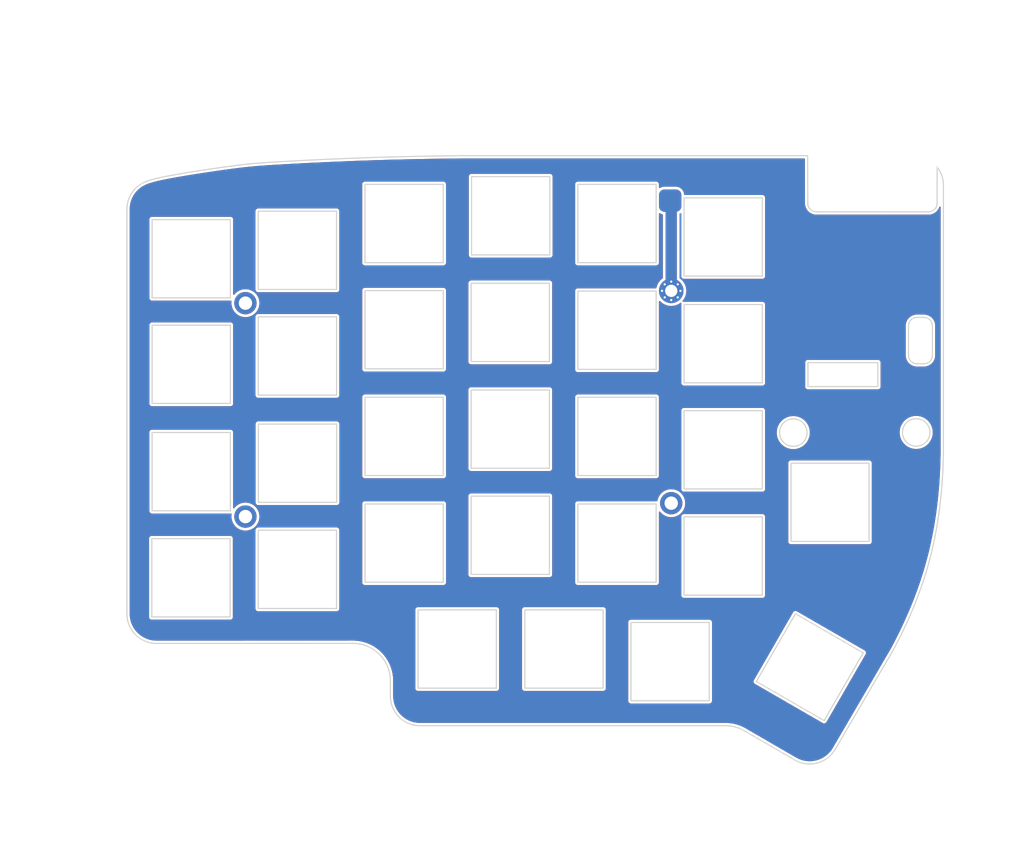
<source format=kicad_pcb>
(kicad_pcb (version 20221018) (generator pcbnew)
  (layers (0 "F.Cu" signal) (31 "B.Cu" signal) (34 "B.Paste" user) (35 "F.Paste" user) (36 "B.SilkS" user "B.Silkscreen") (37 "F.SilkS" user "F.Silkscreen") (38 "B.Mask" user) (39 "F.Mask" user) (44 "Edge.Cuts" user))
  (net 0 "")
  (net 1 "Net-(H1-Pad1)")
  (footprint "TestPoint:TestPoint_Pad_4.0x4.0mm" (layer "F.Cu") (at 112.1782 -99.93)
    (fp_text reference "TP1" hide)
    (fp_text value "TestPoint" hide)
    (pad "1" smd roundrect (at 0 0) (size 4 4) (layers "F.Cu" "F.Mask") (net 1 "Net-(H1-Pad1)"))
  )
  (footprint "MountingHole:MountingHole_2.2mm_M2_Pad_Via" (layer "F.Cu") (at 112.3636 -83.778)
    (fp_text reference "H1" hide)
    (fp_text value "MountingHole" hide)
    (pad "1" thru_hole circle (at -1.65 0) (size 0.7 0.7) (drill 0.4) (layers "*.Cu" "*.Mask") (net 1 "Net-(H1-Pad1)"))
    (pad "1" thru_hole circle (at -1.166726 -1.166726) (size 0.7 0.7) (drill 0.4) (layers "*.Cu" "*.Mask") (net 1 "Net-(H1-Pad1)"))
    (pad "1" thru_hole circle (at -1.166726 1.166726) (size 0.7 0.7) (drill 0.4) (layers "*.Cu" "*.Mask") (net 1 "Net-(H1-Pad1)"))
    (pad "1" thru_hole circle (at 0 -1.65) (size 0.7 0.7) (drill 0.4) (layers "*.Cu" "*.Mask") (net 1 "Net-(H1-Pad1)"))
    (pad "1" thru_hole circle (at 0 0) (size 4.4 4.4) (drill 2.2) (layers "*.Cu" "*.Mask") (net 1 "Net-(H1-Pad1)"))
    (pad "1" thru_hole circle (at 0 1.65) (size 0.7 0.7) (drill 0.4) (layers "*.Cu" "*.Mask") (net 1 "Net-(H1-Pad1)"))
    (pad "1" thru_hole circle (at 1.166726 -1.166726) (size 0.7 0.7) (drill 0.4) (layers "*.Cu" "*.Mask") (net 1 "Net-(H1-Pad1)"))
    (pad "1" thru_hole circle (at 1.166726 1.166726) (size 0.7 0.7) (drill 0.4) (layers "*.Cu" "*.Mask") (net 1 "Net-(H1-Pad1)"))
    (pad "1" thru_hole circle (at 1.65 0) (size 0.7 0.7) (drill 0.4) (layers "*.Cu" "*.Mask") (net 1 "Net-(H1-Pad1)"))
  )
  (footprint "Lily58-footprint:M2_HOLE_PCB" (layer "B.Cu") (at 112.5636 -45.778 180)
    (fp_text reference "REF**" hide)
    (fp_text value "M2_HOLE_PCB")
    (pad "" thru_hole circle (at 0.2 0 180) (size 4 4) (drill 2.4) (layers "*.Cu" "*.Mask"))
  )
  (footprint "Lily58-footprint:M2_HOLE_PCB" (layer "B.Cu") (at 36.3636 -43.378 180)
    (fp_text reference "REF**" hide)
    (fp_text value "M2_HOLE_PCB")
    (pad "" thru_hole circle (at 0.2 0 180) (size 4 4) (drill 2.4) (layers "*.Cu" "*.Mask"))
  )
  (footprint "Lily58-footprint:M2_HOLE_PCB" (layer "B.Cu") (at 36.3636 -81.578 180)
    (fp_text reference "REF**" hide)
    (fp_text value "M2_HOLE_PCB")
    (pad "" thru_hole circle (at 0.2 0 180) (size 4 4) (drill 2.4) (layers "*.Cu" "*.Mask"))
  )
  (footprint "TestPoint:TestPoint_Pad_4.0x4.0mm" (layer "B.Cu") (at 112.1682 -99.92 180)
    (fp_text reference "TP2" hide)
    (fp_text value "TestPoint" hide)
    (pad "1" smd roundrect (at 0 0 180) (size 4 4) (layers "B.Cu" "B.Mask") (net 1 "Net-(H1-Pad1)"))
  )
  (gr_line (start 33.465845 -82.528662) (end 33.465845 -96.529128) (stroke (width 0.2)) (layer "Edge.Cuts"))
  (gr_line (start 19.46538 -96.529128) (end 19.46538 -82.528662) (stroke (width 0.2)) (layer "Edge.Cuts"))
  (gr_line (start 57.565434 -83.828933) (end 57.565434 -69.828912) (stroke (width 0.2)) (layer "Edge.Cuts"))
  (gr_line (start 71.565628 -83.828933) (end 57.565434 -83.828933) (stroke (width 0.2)) (layer "Edge.Cuts"))
  (gr_line (start 71.565628 -69.828912) (end 71.565628 -83.828933) (stroke (width 0.2)) (layer "Edge.Cuts"))
  (gr_line (start 57.565434 -69.828912) (end 71.565628 -69.828912) (stroke (width 0.2)) (layer "Edge.Cuts"))
  (gr_line (start 57.5634 -50.729637) (end 57.5634 -50.729637) (stroke (width 0.2)) (layer "Edge.Cuts"))
  (gr_line (start 57.5634 -64.729658) (end 57.5634 -50.729637) (stroke (width 0.2)) (layer "Edge.Cuts"))
  (gr_line (start 71.563594 -64.729658) (end 57.5634 -64.729658) (stroke (width 0.2)) (layer "Edge.Cuts"))
  (gr_line (start 71.563594 -50.729637) (end 71.563594 -64.729658) (stroke (width 0.2)) (layer "Edge.Cuts"))
  (gr_line (start 81.064065 -26.678) (end 67.0636 -26.678) (stroke (width 0.2)) (layer "Edge.Cuts"))
  (gr_line (start 81.064065 -12.677535) (end 81.064065 -17.105253) (stroke (width 0.2)) (layer "Edge.Cuts"))
  (gr_line (start 33.465845 -77.627751) (end 19.46538 -77.627751) (stroke (width 0.2)) (layer "Edge.Cuts"))
  (gr_line (start 67.0636 -26.678) (end 67.0636 -12.677535) (stroke (width 0.2)) (layer "Edge.Cuts"))
  (gr_line (start 19.46538 -77.627751) (end 19.46538 -63.629825) (stroke (width 0.2)) (layer "Edge.Cuts"))
  (gr_line (start 33.463686 -58.427459) (end 19.463492 -58.427459) (stroke (width 0.2)) (layer "Edge.Cuts"))
  (gr_line (start 114.663494 -67.327523) (end 128.663688 -67.327523) (stroke (width 0.2)) (layer "Edge.Cuts"))
  (gr_line (start 133.812132 -38.928608) (end 133.812132 -38.928608) (stroke (width 0.2)) (layer "Edge.Cuts"))
  (gr_line (start 133.812132 -52.928629) (end 133.812132 -38.928608) (stroke (width 0.2)) (layer "Edge.Cuts"))
  (gr_line (start 147.764322 -52.928629) (end 133.812132 -52.928629) (stroke (width 0.2)) (layer "Edge.Cuts"))
  (gr_line (start 147.764322 -38.928608) (end 147.764322 -52.928629) (stroke (width 0.2)) (layer "Edge.Cuts"))
  (gr_line (start 133.812132 -38.928608) (end 147.764322 -38.928608) (stroke (width 0.2)) (layer "Edge.Cuts"))
  (gr_line (start 127.601845 -13.866984) (end 127.601845 -13.866984) (stroke (width 0.2)) (layer "Edge.Cuts"))
  (gr_line (start 33.465845 -96.529128) (end 19.46538 -96.529128) (stroke (width 0.2)) (layer "Edge.Cuts"))
  (gr_line (start 19.414716 -39.428773) (end 19.414716 -25.428752) (stroke (width 0.2)) (layer "Edge.Cuts"))
  (gr_line (start 33.41491 -39.428773) (end 19.414716 -39.428773) (stroke (width 0.2)) (layer "Edge.Cuts"))
  (gr_line (start 33.41491 -25.428752) (end 33.41491 -39.428773) (stroke (width 0.2)) (layer "Edge.Cuts"))
  (gr_line (start 33.463686 -44.427438) (end 33.463686 -58.427459) (stroke (width 0.2)) (layer "Edge.Cuts"))
  (gr_line (start 19.463492 -44.427438) (end 33.463686 -44.427438) (stroke (width 0.2)) (layer "Edge.Cuts"))
  (gr_line (start 19.463492 -44.427438) (end 19.463492 -44.427438) (stroke (width 0.2)) (layer "Edge.Cuts"))
  (gr_line (start 19.463492 -58.427459) (end 19.463492 -44.427438) (stroke (width 0.2)) (layer "Edge.Cuts"))
  (gr_line (start 134.601856 -25.991358) (end 127.601845 -13.866984) (stroke (width 0.2)) (layer "Edge.Cuts"))
  (gr_line (start 146.72638 -18.991261) (end 134.601856 -25.991358) (stroke (width 0.2)) (layer "Edge.Cuts"))
  (gr_line (start 139.726369 -6.866887) (end 146.72638 -18.991261) (stroke (width 0.2)) (layer "Edge.Cuts"))
  (gr_line (start 127.601845 -13.866984) (end 139.726369 -6.866887) (stroke (width 0.2)) (layer "Edge.Cuts"))
  (gr_line (start 114.664511 -29.327429) (end 114.664511 -29.327429) (stroke (width 0.2)) (layer "Edge.Cuts"))
  (gr_line (start 114.664511 -43.32745) (end 114.664511 -29.327429) (stroke (width 0.2)) (layer "Edge.Cuts"))
  (gr_line (start 128.664705 -43.32745) (end 114.664511 -43.32745) (stroke (width 0.2)) (layer "Edge.Cuts"))
  (gr_line (start 128.664705 -29.327429) (end 128.664705 -43.32745) (stroke (width 0.2)) (layer "Edge.Cuts"))
  (gr_line (start 76.563451 -52.029686) (end 76.563451 -52.029686) (stroke (width 0.2)) (layer "Edge.Cuts"))
  (gr_line (start 76.563451 -66.029707) (end 76.563451 -52.029686) (stroke (width 0.2)) (layer "Edge.Cuts"))
  (gr_line (start 90.563645 -66.029707) (end 76.563451 -66.029707) (stroke (width 0.2)) (layer "Edge.Cuts"))
  (gr_line (start 90.563645 -52.029686) (end 90.563645 -66.029707) (stroke (width 0.2)) (layer "Edge.Cuts"))
  (gr_line (start 76.563451 -52.029686) (end 90.563645 -52.029686) (stroke (width 0.2)) (layer "Edge.Cuts"))
  (gr_line (start 76.563451 -71.127905) (end 76.563451 -71.127905) (stroke (width 0.2)) (layer "Edge.Cuts"))
  (gr_line (start 76.563451 -85.127926) (end 76.563451 -71.127905) (stroke (width 0.2)) (layer "Edge.Cuts"))
  (gr_line (start 52.463727 -84.028537) (end 52.463727 -98.028558) (stroke (width 0.2)) (layer "Edge.Cuts"))
  (gr_line (start 38.463533 -84.028537) (end 52.463727 -84.028537) (stroke (width 0.2)) (layer "Edge.Cuts"))
  (gr_line (start 114.664511 -29.327429) (end 128.664705 -29.327429) (stroke (width 0.2)) (layer "Edge.Cuts"))
  (gr_line (start 114.664511 -48.330354) (end 114.664511 -48.330354) (stroke (width 0.2)) (layer "Edge.Cuts"))
  (gr_line (start 114.664511 -62.330375) (end 114.664511 -48.330354) (stroke (width 0.2)) (layer "Edge.Cuts"))
  (gr_line (start 128.664705 -62.330375) (end 114.664511 -62.330375) (stroke (width 0.2)) (layer "Edge.Cuts"))
  (gr_line (start 128.664705 -48.330354) (end 128.664705 -62.330375) (stroke (width 0.2)) (layer "Edge.Cuts"))
  (gr_line (start 114.664511 -48.330354) (end 128.664705 -48.330354) (stroke (width 0.2)) (layer "Edge.Cuts"))
  (gr_line (start 57.5634 -50.729637) (end 71.563594 -50.729637) (stroke (width 0.2)) (layer "Edge.Cuts"))
  (gr_line (start 57.564164 -31.628664) (end 57.564164 -31.628664) (stroke (width 0.2)) (layer "Edge.Cuts"))
  (gr_line (start 57.564164 -45.628685) (end 57.564164 -31.628664) (stroke (width 0.2)) (layer "Edge.Cuts"))
  (gr_line (start 71.564358 -45.628685) (end 57.564164 -45.628685) (stroke (width 0.2)) (layer "Edge.Cuts"))
  (gr_line (start 71.564358 -31.628664) (end 71.564358 -45.628685) (stroke (width 0.2)) (layer "Edge.Cuts"))
  (gr_line (start 57.564164 -31.628664) (end 71.564358 -31.628664) (stroke (width 0.2)) (layer "Edge.Cuts"))
  (gr_line (start 38.464675 -65.128437) (end 38.464675 -65.128437) (stroke (width 0.2)) (layer "Edge.Cuts"))
  (gr_line (start 38.464675 -79.128458) (end 38.464675 -65.128437) (stroke (width 0.2)) (layer "Edge.Cuts"))
  (gr_line (start 109.663512 -64.72741) (end 95.663318 -64.72741) (stroke (width 0.2)) (layer "Edge.Cuts"))
  (gr_line (start 109.663512 -50.727389) (end 109.663512 -64.72741) (stroke (width 0.2)) (layer "Edge.Cuts"))
  (gr_line (start 105.164931 -24.428621) (end 105.164931 -10.4286) (stroke (width 0.2)) (layer "Edge.Cuts"))
  (gr_line (start 119.165126 -24.428621) (end 105.164931 -24.428621) (stroke (width 0.2)) (layer "Edge.Cuts"))
  (gr_line (start 119.165126 -10.4286) (end 119.165126 -24.428621) (stroke (width 0.2)) (layer "Edge.Cuts"))
  (gr_line (start 105.164931 -10.4286) (end 119.165126 -10.4286) (stroke (width 0.2)) (layer "Edge.Cuts"))
  (gr_line (start 86.164374 -12.679035) (end 86.164374 -12.679035) (stroke (width 0.2)) (layer "Edge.Cuts"))
  (gr_line (start 86.164374 -26.679056) (end 86.164374 -12.679035) (stroke (width 0.2)) (layer "Edge.Cuts"))
  (gr_line (start 100.164569 -26.679056) (end 86.164374 -26.679056) (stroke (width 0.2)) (layer "Edge.Cuts"))
  (gr_line (start 38.463663 -26.929674) (end 38.463663 -26.929674) (stroke (width 0.2)) (layer "Edge.Cuts"))
  (gr_line (start 38.463663 -40.929695) (end 38.463663 -26.929674) (stroke (width 0.2)) (layer "Edge.Cuts"))
  (gr_line (start 52.463857 -40.929695) (end 38.463663 -40.929695) (stroke (width 0.2)) (layer "Edge.Cuts"))
  (gr_line (start 52.463857 -26.929674) (end 52.463857 -40.929695) (stroke (width 0.2)) (layer "Edge.Cuts"))
  (gr_line (start 38.463663 -26.929674) (end 52.463857 -26.929674) (stroke (width 0.2)) (layer "Edge.Cuts"))
  (gr_line (start 38.463533 -84.028537) (end 38.463533 -84.028537) (stroke (width 0.2)) (layer "Edge.Cuts"))
  (gr_line (start 38.463533 -98.028558) (end 38.463533 -84.028537) (stroke (width 0.2)) (layer "Edge.Cuts"))
  (gr_line (start 52.463727 -98.028558) (end 38.463533 -98.028558) (stroke (width 0.2)) (layer "Edge.Cuts"))
  (gr_line (start 95.663318 -50.727389) (end 109.663512 -50.727389) (stroke (width 0.2)) (layer "Edge.Cuts"))
  (gr_line (start 95.663318 -31.628878) (end 95.663318 -31.628878) (stroke (width 0.2)) (layer "Edge.Cuts"))
  (gr_line (start 95.663318 -45.628899) (end 95.663318 -31.628878) (stroke (width 0.2)) (layer "Edge.Cuts"))
  (gr_line (start 109.663512 -45.628899) (end 95.663318 -45.628899) (stroke (width 0.2)) (layer "Edge.Cuts"))
  (gr_line (start 109.663512 -31.628878) (end 109.663512 -45.628899) (stroke (width 0.2)) (layer "Edge.Cuts"))
  (gr_line (start 95.663318 -31.628878) (end 109.663512 -31.628878) (stroke (width 0.2)) (layer "Edge.Cuts"))
  (gr_line (start 105.164931 -10.4286) (end 105.164931 -10.4286) (stroke (width 0.2)) (layer "Edge.Cuts"))
  (gr_line (start 95.66421 -88.829126) (end 95.66421 -88.829126) (stroke (width 0.2)) (layer "Edge.Cuts"))
  (gr_line (start 95.66421 -102.829147) (end 95.66421 -88.829126) (stroke (width 0.2)) (layer "Edge.Cuts"))
  (gr_line (start 109.664404 -102.829147) (end 95.66421 -102.829147) (stroke (width 0.2)) (layer "Edge.Cuts"))
  (gr_line (start 109.664404 -88.829126) (end 109.664404 -102.829147) (stroke (width 0.2)) (layer "Edge.Cuts"))
  (gr_line (start 114.663494 -67.327523) (end 114.663494 -67.327523) (stroke (width 0.2)) (layer "Edge.Cuts"))
  (gr_line (start 114.663494 -81.327544) (end 114.663494 -67.327523) (stroke (width 0.2)) (layer "Edge.Cuts"))
  (gr_line (start 128.663688 -81.327544) (end 114.663494 -81.327544) (stroke (width 0.2)) (layer "Edge.Cuts"))
  (gr_line (start 128.663688 -67.327523) (end 128.663688 -81.327544) (stroke (width 0.2)) (layer "Edge.Cuts"))
  (gr_line (start 76.634315 -90.218503) (end 90.634509 -90.218503) (stroke (width 0.2)) (layer "Edge.Cuts"))
  (gr_line (start 57.559503 -88.829126) (end 57.559503 -88.829126) (stroke (width 0.2)) (layer "Edge.Cuts"))
  (gr_line (start 57.559503 -102.829147) (end 57.559503 -88.829126) (stroke (width 0.2)) (layer "Edge.Cuts"))
  (gr_line (start 71.559697 -102.829147) (end 57.559503 -102.829147) (stroke (width 0.2)) (layer "Edge.Cuts"))
  (gr_line (start 71.559697 -88.829126) (end 71.559697 -102.829147) (stroke (width 0.2)) (layer "Edge.Cuts"))
  (gr_line (start 57.559503 -88.829126) (end 71.559697 -88.829126) (stroke (width 0.2)) (layer "Edge.Cuts"))
  (gr_line (start 57.565434 -69.828912) (end 57.565434 -69.828912) (stroke (width 0.2)) (layer "Edge.Cuts"))
  (gr_line (start 19.46538 -63.629825) (end 33.465845 -63.629825) (stroke (width 0.2)) (layer "Edge.Cuts"))
  (gr_line (start 33.465845 -63.629825) (end 33.465845 -77.627751) (stroke (width 0.2)) (layer "Edge.Cuts"))
  (gr_line (start 81.064065 -17.105253) (end 81.064065 -26.678) (stroke (width 0.2)) (layer "Edge.Cuts"))
  (gr_line (start 67.0636 -12.677535) (end 81.064065 -12.677535) (stroke (width 0.2)) (layer "Edge.Cuts"))
  (gr_line (start 52.464869 -79.128458) (end 38.464675 -79.128458) (stroke (width 0.2)) (layer "Edge.Cuts"))
  (gr_line (start 52.464869 -65.128437) (end 52.464869 -79.128458) (stroke (width 0.2)) (layer "Edge.Cuts"))
  (gr_line (start 38.464675 -65.128437) (end 52.464869 -65.128437) (stroke (width 0.2)) (layer "Edge.Cuts"))
  (gr_line (start 38.478548 -45.928619) (end 38.478548 -45.928619) (stroke (width 0.2)) (layer "Edge.Cuts"))
  (gr_line (start 38.478548 -59.92864) (end 38.478548 -45.928619) (stroke (width 0.2)) (layer "Edge.Cuts"))
  (gr_line (start 52.478742 -59.92864) (end 38.478548 -59.92864) (stroke (width 0.2)) (layer "Edge.Cuts"))
  (gr_line (start 52.478742 -45.928619) (end 52.478742 -59.92864) (stroke (width 0.2)) (layer "Edge.Cuts"))
  (gr_line (start 38.478548 -45.928619) (end 52.478742 -45.928619) (stroke (width 0.2)) (layer "Edge.Cuts"))
  (gr_line (start 90.563645 -85.127926) (end 76.563451 -85.127926) (stroke (width 0.2)) (layer "Edge.Cuts"))
  (gr_line (start 90.563645 -71.127905) (end 90.563645 -85.127926) (stroke (width 0.2)) (layer "Edge.Cuts"))
  (gr_line (start 76.563451 -71.127905) (end 90.563645 -71.127905) (stroke (width 0.2)) (layer "Edge.Cuts"))
  (gr_line (start 76.634315 -90.218503) (end 76.634315 -90.218503) (stroke (width 0.2)) (layer "Edge.Cuts"))
  (gr_line (start 76.634315 -104.218525) (end 76.634315 -90.218503) (stroke (width 0.2)) (layer "Edge.Cuts"))
  (gr_line (start 90.634509 -104.218525) (end 76.634315 -104.218525) (stroke (width 0.2)) (layer "Edge.Cuts"))
  (gr_line (start 90.634509 -90.218503) (end 90.634509 -104.218525) (stroke (width 0.2)) (layer "Edge.Cuts"))
  (gr_line (start 109.664404 -83.728389) (end 95.66421 -83.728389) (stroke (width 0.2)) (layer "Edge.Cuts"))
  (gr_line (start 109.664404 -69.728368) (end 109.664404 -83.728389) (stroke (width 0.2)) (layer "Edge.Cuts"))
  (gr_line (start 95.66421 -69.728368) (end 109.664404 -69.728368) (stroke (width 0.2)) (layer "Edge.Cuts"))
  (gr_line (start 95.663318 -50.727389) (end 95.663318 -50.727389) (stroke (width 0.2)) (layer "Edge.Cuts"))
  (gr_line (start 95.663318 -64.72741) (end 95.663318 -50.727389) (stroke (width 0.2)) (layer "Edge.Cuts"))
  (gr_line (start 95.66421 -88.829126) (end 109.664404 -88.829126) (stroke (width 0.2)) (layer "Edge.Cuts"))
  (gr_line (start 95.66421 -69.728368) (end 95.66421 -69.728368) (stroke (width 0.2)) (layer "Edge.Cuts"))
  (gr_line (start 95.66421 -83.728389) (end 95.66421 -69.728368) (stroke (width 0.2)) (layer "Edge.Cuts"))
  (gr_line (start 114.664511 -86.428832) (end 114.664511 -86.428832) (stroke (width 0.2)) (layer "Edge.Cuts"))
  (gr_line (start 114.664511 -100.428853) (end 114.664511 -86.428832) (stroke (width 0.2)) (layer "Edge.Cuts"))
  (gr_line (start 128.664705 -100.428853) (end 114.664511 -100.428853) (stroke (width 0.2)) (layer "Edge.Cuts"))
  (gr_line (start 128.664705 -86.428832) (end 128.664705 -100.428853) (stroke (width 0.2)) (layer "Edge.Cuts"))
  (gr_line (start 114.664511 -86.428832) (end 128.664705 -86.428832) (stroke (width 0.2)) (layer "Edge.Cuts"))
  (gr_line (start 19.414716 -25.428752) (end 33.41491 -25.428752) (stroke (width 0.2)) (layer "Edge.Cuts"))
  (gr_line (start 19.414716 -25.428752) (end 19.414716 -25.428752) (stroke (width 0.2)) (layer "Edge.Cuts"))
  (gr_line (start 100.164569 -12.679035) (end 100.164569 -26.679056) (stroke (width 0.2)) (layer "Edge.Cuts"))
  (gr_line (start 86.164374 -12.679035) (end 100.164569 -12.679035) (stroke (width 0.2)) (layer "Edge.Cuts"))
  (gr_line (start 76.564593 -33.029471) (end 76.564593 -33.029471) (stroke (width 0.2)) (layer "Edge.Cuts"))
  (gr_line (start 76.564593 -47.029492) (end 76.564593 -33.029471) (stroke (width 0.2)) (layer "Edge.Cuts"))
  (gr_line (start 90.564787 -47.029492) (end 76.564593 -47.029492) (stroke (width 0.2)) (layer "Edge.Cuts"))
  (gr_line (start 90.564787 -33.029471) (end 90.564787 -47.029492) (stroke (width 0.2)) (layer "Edge.Cuts"))
  (gr_line (start 76.564593 -33.029471) (end 90.564787 -33.029471) (stroke (width 0.2)) (layer "Edge.Cuts"))
  (gr_line (start 19.46538 -82.528662) (end 33.465845 -82.528662) (stroke (width 0.2)) (layer "Edge.Cuts"))
  (gr_curve (pts (xy 22.923355 -104.451074) (xy 25.379338 -104.901075) (xy 28.515633 -105.390011) (xy 31.240698 -105.782371)) (stroke (width 0.2)) (layer "Edge.Cuts"))
  (gr_curve (pts (xy 161.080584 -54.644406) (xy 161.061987 -53.618473) (xy 161.027075 -52.553345) (xy 160.975814 -51.516343)) (stroke (width 0.2)) (layer "Edge.Cuts"))
  (gr_line (start 159.1082 -72.250269) (end 159.108469 -77.504904) (stroke (width 0.2)) (layer "Edge.Cuts"))
  (gr_arc (start 159.1082 -72.250269) (mid 158.659806 -71.174981) (end 157.583104 -70.73) (stroke (width 0.2)) (layer "Edge.Cuts"))
  (gr_line (start 122.072748 -5.953157) (end 67.401517 -5.953157) (stroke (width 0.2)) (layer "Edge.Cuts"))
  (gr_curve (pts (xy 160.975814 -51.516343) (xy 160.730214 -46.547911) (xy 160.101013 -41.709071) (xy 158.963649 -37.021836)) (stroke (width 0.2)) (layer "Edge.Cuts"))
  (gr_curve (pts (xy 18.285154 -103.307271) (xy 18.562767 -103.417993) (xy 18.856925 -103.519614) (xy 19.169381 -103.613882)) (stroke (width 0.2)) (layer "Edge.Cuts"))
  (gr_line (start 161.080656 -102.678069) (end 161.080798 -54.656187) (stroke (width 0.2)) (layer "Edge.Cuts"))
  (gr_line (start 134.481087 0.187795) (end 125.429223 -5.051783) (stroke (width 0.2)) (layer "Edge.Cuts"))
  (gr_arc (start 20.250258 -20.676192) (mid 16.501504 -22.227931) (end 14.948575 -25.976192) (stroke (width 0.2)) (layer "Edge.Cuts"))
  (gr_arc (start 159.9582 -105.94) (mid 160.792335 -104.402929) (end 161.080822 -102.678069) (stroke (width 0.2)) (layer "Edge.Cuts"))
  (gr_curve (pts (xy 31.240698 -105.782371) (xy 33.178023 -106.06131) (xy 34.859018 -106.28078) (xy 36.354869 -106.439576)) (stroke (width 0.2)) (layer "Edge.Cuts"))
  (gr_line (start 14.948575 -25.976192) (end 14.948575 -98.384368) (stroke (width 0.2)) (layer "Edge.Cuts"))
  (gr_arc (start 157.5882 -79.03) (mid 158.663508 -78.581617) (end 159.108469 -77.504904) (stroke (width 0.2)) (layer "Edge.Cuts"))
  (gr_curve (pts (xy 15.393044 -100.508943) (xy 15.669695 -101.141205) (xy 16.067196 -101.713386) (xy 16.563173 -102.19328)) (stroke (width 0.2)) (layer "Edge.Cuts"))
  (gr_arc (start 122.072748 -5.953157) (mid 123.81045 -5.723896) (end 125.429223 -5.051783) (stroke (width 0.2)) (layer "Edge.Cuts"))
  (gr_line (start 157.5882 -79.03) (end 156.353296 -79.03) (stroke (width 0.2)) (layer "Edge.Cuts"))
  (gr_curve (pts (xy 152.974628 -21.159344) (xy 152.69956 -20.620619) (xy 152.411768 -20.071923) (xy 152.13129 -19.550049)) (stroke (width 0.2)) (layer "Edge.Cuts"))
  (gr_line (start 138.325115 -97.921604) (end 158.424735 -97.92) (stroke (width 0.2)) (layer "Edge.Cuts"))
  (gr_line (start 74.957812 -107.978053) (end 136.77976 -107.978053) (stroke (width 0.2)) (layer "Edge.Cuts"))
  (gr_rect (start 136.8382 -70.93) (end 149.3382 -66.65) (stroke (width 0.2)) (fill none) (layer "Edge.Cuts"))
  (gr_curve (pts (xy 161.080798 -54.656187) (xy 161.080727 -54.65226) (xy 161.080656 -54.648333) (xy 161.080584 -54.644406)) (stroke (width 0.2)) (layer "Edge.Cuts"))
  (gr_arc (start 159.949831 -99.440269) (mid 159.501433 -98.365005) (end 158.424735 -97.92) (stroke (width 0.2)) (layer "Edge.Cuts"))
  (gr_arc (start 67.401517 -5.953157) (mid 63.654446 -7.504895) (end 62.101517 -11.251473) (stroke (width 0.2)) (layer "Edge.Cuts"))
  (gr_line (start 62.101517 -11.251473) (end 62.100647 -13.989485) (stroke (width 0.2)) (layer "Edge.Cuts"))
  (gr_line (start 152.120256 -19.52952) (end 141.711754 -1.724409) (stroke (width 0.2)) (layer "Edge.Cuts"))
  (gr_curve (pts (xy 72.20769 -107.944117) (xy 73.101921 -107.956432) (xy 74.020372 -107.96776) (xy 74.957812 -107.978053)) (stroke (width 0.2)) (layer "Edge.Cuts"))
  (gr_curve (pts (xy 19.169381 -103.613882) (xy 20.177025 -103.917889) (xy 21.375239 -104.167418) (xy 22.923355 -104.451074)) (stroke (width 0.2)) (layer "Edge.Cuts"))
  (gr_arc (start 55.398519 -20.687356) (mid 60.136756 -18.726476) (end 62.100647 -13.989485) (stroke (width 0.2)) (layer "Edge.Cuts"))
  (gr_curve (pts (xy 41.995284 -106.873401) (xy 45.103121 -107.053425) (xy 48.947737 -107.260023) (xy 54.168933 -107.471904)) (stroke (width 0.2)) (layer "Edge.Cuts"))
  (gr_arc (start 138.325115 -97.921604) (mid 137.249834 -98.369988) (end 136.804846 -99.4467) (stroke (width 0.2)) (layer "Edge.Cuts"))
  (gr_curve (pts (xy 54.168933 -107.471904) (xy 58.865686 -107.662503) (xy 64.731977 -107.841164) (xy 72.20769 -107.944117)) (stroke (width 0.2)) (layer "Edge.Cuts"))
  (gr_arc (start 156.3482 -70.73) (mid 155.272892 -71.178383) (end 154.827931 -72.255096) (stroke (width 0.2)) (layer "Edge.Cuts"))
  (gr_line (start 159.949831 -99.440269) (end 159.9582 -105.94) (stroke (width 0.2)) (layer "Edge.Cuts"))
  (gr_curve (pts (xy 14.948575 -98.384368) (xy 14.948575 -98.749029) (xy 14.98621 -99.112719) (xy 15.060882 -99.469653)) (stroke (width 0.2)) (layer "Edge.Cuts"))
  (gr_circle (center 134.2082 -58.41) (end 136.6682 -58.41) (stroke (width 0.2)) (fill none) (layer "Edge.Cuts"))
  (gr_curve (pts (xy 16.563173 -102.19328) (xy 17.05915 -102.673174) (xy 17.644119 -103.051605) (xy 18.285154 -103.307271)) (stroke (width 0.2)) (layer "Edge.Cuts"))
  (gr_circle (center 156.2082 -58.44) (end 158.6682 -58.44) (stroke (width 0.2)) (fill none) (layer "Edge.Cuts"))
  (gr_curve (pts (xy 15.060882 -99.469653) (xy 15.135554 -99.826587) (xy 15.246865 -100.174863) (xy 15.393044 -100.508943)) (stroke (width 0.2)) (layer "Edge.Cuts"))
  (gr_arc (start 141.711754 -1.724409) (mid 138.491245 0.724684) (end 134.481087 0.187795) (stroke (width 0.2)) (layer "Edge.Cuts"))
  (gr_arc (start 154.8282 -77.509731) (mid 155.276594 -78.585019) (end 156.353296 -79.03) (stroke (width 0.2)) (layer "Edge.Cuts"))
  (gr_curve (pts (xy 158.963649 -37.021836) (xy 157.621657 -31.491299) (xy 155.556696 -26.216344) (xy 152.974628 -21.159344)) (stroke (width 0.2)) (layer "Edge.Cuts"))
  (gr_line (start 154.8282 -77.509731) (end 154.827931 -72.255096) (stroke (width 0.2)) (layer "Edge.Cuts"))
  (gr_line (start 156.3482 -70.73) (end 157.583104 -70.73) (stroke (width 0.2)) (layer "Edge.Cuts"))
  (gr_curve (pts (xy 152.13129 -19.550049) (xy 152.127612 -19.543206) (xy 152.123934 -19.536363) (xy 152.120256 -19.52952)) (stroke (width 0.2)) (layer "Edge.Cuts"))
  (gr_line (start 136.804846 -99.4467) (end 136.77976 -107.978053) (stroke (width 0.2)) (layer "Edge.Cuts"))
  (gr_line (start 55.398519 -20.687356) (end 20.250258 -20.676192) (stroke (width 0.2)) (layer "Edge.Cuts"))
  (gr_curve (pts (xy 36.354869 -106.439576) (xy 38.208835 -106.63639) (xy 39.880372 -106.750893) (xy 41.995284 -106.873401)) (stroke (width 0.2)) (layer "Edge.Cuts"))
  (segment (start 112.3636 -83.778) (end 112.3636 -99.7446) (width 2) (layer "F.Cu") (net 1))
  (segment (start 112.3636 -99.7446) (end 112.1782 -99.93) (width 2) (layer "F.Cu") (net 1))
  (segment (start 112.3636 -99.7246) (end 112.1682 -99.92) (width 2) (layer "B.Cu") (net 1))
  (segment (start 112.3636 -83.778) (end 112.3636 -99.7246) (width 2) (layer "B.Cu") (net 1))
  (zone (net 0) (net_name "") (layers "F&B.Cu") (connect_pads (clearance 0.5)) (min_thickness 0.25) (fill yes (thermal_gap 0.5) (thermal_bridge_width 0.5) (island_removal_mode 1) (island_area_min 10))
    (polygon (pts (xy 162.3382 -135.83) (xy -7.7618 -116.77) (xy 6.0982 8.98) (xy 175.5082 15.22)))
  )
)
</source>
